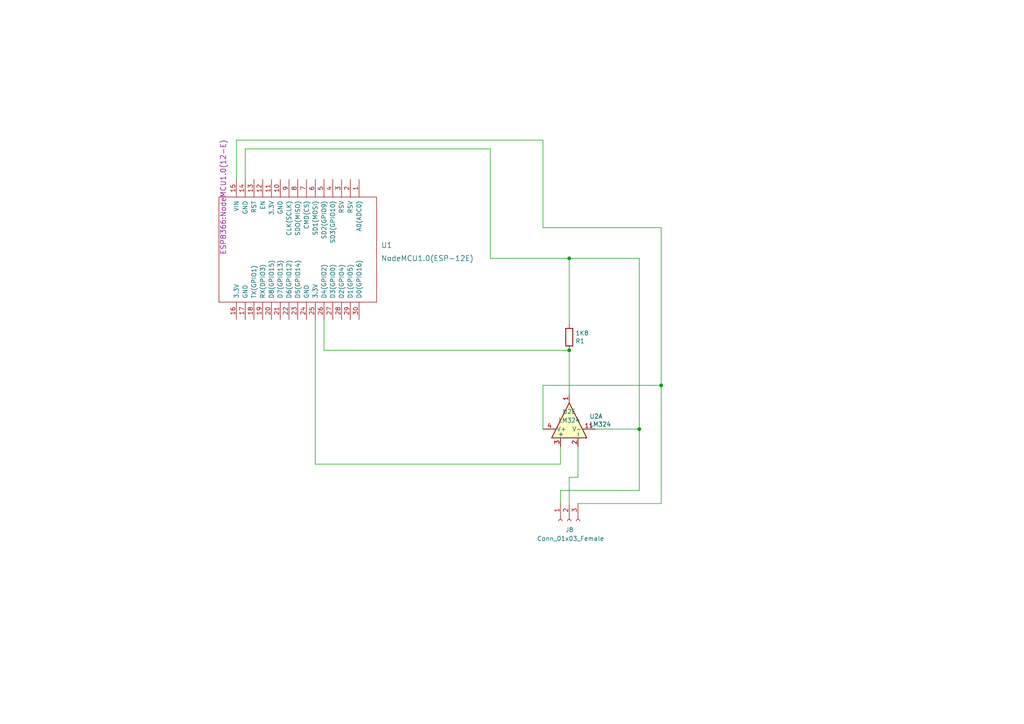
<source format=kicad_sch>
(kicad_sch (version 20211123) (generator eeschema)
  (paper "A4")
  (title_block (title "Dispositivo-H2O") (date "                 2021-02-26") (rev "Escobar J.W.") (company "IER-UNAM"))
  (lib_symbols
    (symbol "Amplifier_Operational:LM324" (pin_names (offset 0.127))
      (property "Reference" "U" (at 0 5.08 0))
      (property "Value" "LM324" (at 0 -5.08 0))
      (symbol "LM324_1_1"
        (polyline (pts (xy -5.08 5.08) (xy 5.08 0) (xy -5.08 -5.08) (xy -5.08 5.08)) (stroke (width 0.254)) (fill (type background)))
        (pin output line (at 7.62 0 180) (length 2.54) (name "~") (number "1"))
        (pin input line (at -7.62 -2.54 0) (length 2.54) (name "-") (number "2"))
        (pin input line (at -7.62 2.54 0) (length 2.54) (name "+") (number "3"))
      )
      (symbol "LM324_2_1"
        (polyline (pts (xy -5.08 5.08) (xy 5.08 0) (xy -5.08 -5.08) (xy -5.08 5.08)) (stroke (width 0.254)) (fill (type background)))
        (pin input line (at -7.62 2.54 0) (length 2.54) (name "+") (number "5"))
        (pin input line (at -7.62 -2.54 0) (length 2.54) (name "-") (number "6"))
        (pin output line (at 7.62 0 180) (length 2.54) (name "~") (number "7"))
      )
      (symbol "LM324_3_1"
        (polyline (pts (xy -5.08 5.08) (xy 5.08 0) (xy -5.08 -5.08) (xy -5.08 5.08)) (stroke (width 0.254)) (fill (type background)))
        (pin input line (at -7.62 2.54 0) (length 2.54) (name "+") (number "10"))
        (pin output line (at 7.62 0 180) (length 2.54) (name "~") (number "8"))
        (pin input line (at -7.62 -2.54 0) (length 2.54) (name "-") (number "9"))
      )
      (symbol "LM324_4_1"
        (polyline (pts (xy -5.08 5.08) (xy 5.08 0) (xy -5.08 -5.08) (xy -5.08 5.08)) (stroke (width 0.254)) (fill (type background)))
        (pin input line (at -7.62 2.54 0) (length 2.54) (name "+") (number "12"))
        (pin input line (at -7.62 -2.54 0) (length 2.54) (name "-") (number "13"))
        (pin output line (at 7.62 0 180) (length 2.54) (name "~") (number "14"))
      )
      (symbol "LM324_5_1"
        (pin power_in line (at -2.54 -7.62 90) (length 3.81) (name "V-") (number "11"))
        (pin power_in line (at -2.54 7.62 270) (length 3.81) (name "V+") (number "4"))
      )
    )
    (symbol "Connector:Conn_01x03_Female" (pin_names (offset 1.016) hide)
      (property "Reference" "J" (at 0 5.08 0))
      (property "Value" "Conn_01x03_Female" (at 0 -5.08 0))
      (symbol "Conn_01x03_Female_1_1"
        (arc (start 0 -2.032) (mid -0.508 -2.54) (end 0 -3.048) (stroke (width 0.1524)))
        (polyline (pts (xy -1.27 -2.54) (xy -0.508 -2.54)) (stroke (width 0.1524)))
        (polyline (pts (xy -1.27 0) (xy -0.508 0)) (stroke (width 0.1524)))
        (polyline (pts (xy -1.27 2.54) (xy -0.508 2.54)) (stroke (width 0.1524)))
        (arc (start 0 0.508) (mid -0.508 0) (end 0 -0.508) (stroke (width 0.1524)))
        (arc (start 0 3.048) (mid -0.508 2.54) (end 0 2.032) (stroke (width 0.1524)))
        (pin passive line (at -5.08 2.54 0) (length 3.81) (name "Pin_1") (number "1"))
        (pin passive line (at -5.08 0 0) (length 3.81) (name "Pin_2") (number "2"))
        (pin passive line (at -5.08 -2.54 0) (length 3.81) (name "Pin_3") (number "3"))
      )
    )
    (symbol "Device:R" (pin_numbers hide) (pin_names (offset 0))
      (property "Reference" "R" (at 2.032 0 90))
      (property "Value" "R" (at 0 0 90))
      (symbol "R_0_1"
        (rectangle (start -1.016 -2.54) (end 1.016 2.54) (stroke (width 0.254)))
      )
      (symbol "R_1_1"
        (pin passive line (at 0 3.81 270) (length 1.27) (name "~") (number "1"))
        (pin passive line (at 0 -3.81 90) (length 1.27) (name "~") (number "2"))
      )
    )
    (symbol "ESP8266:NodeMCU1.0(ESP-12E)" (pin_names (offset 1.016))
      (property "Reference" "U" (at 0 21.59 0))
      (property "Value" "NodeMCU1.0(ESP-12E)" (at 0 -21.59 0))
      (symbol "NodeMCU1.0(ESP-12E)_0_1"
        (rectangle (start -15.24 -22.86) (end 15.24 22.86))
      )
      (symbol "NodeMCU1.0(ESP-12E)_1_1"
        (pin input line (at -20.32 17.78 0) (length 5.08) (name "A0(ADC0)") (number "1"))
        (pin input line (at -20.32 -5.08 0) (length 5.08) (name "GND") (number "10"))
        (pin input line (at -20.32 -7.62 0) (length 5.08) (name "3.3V") (number "11"))
        (pin input line (at -20.32 -10.16 0) (length 5.08) (name "EN") (number "12"))
        (pin input line (at -20.32 -12.7 0) (length 5.08) (name "RST") (number "13"))
        (pin input line (at -20.32 -15.24 0) (length 5.08) (name "GND") (number "14"))
        (pin input line (at -20.32 -17.78 0) (length 5.08) (name "VIN") (number "15"))
        (pin input line (at 20.32 -17.78 180) (length 5.08) (name "3.3V") (number "16"))
        (pin input line (at 20.32 -15.24 180) (length 5.08) (name "GND") (number "17"))
        (pin input line (at 20.32 -12.7 180) (length 5.08) (name "TX(GPIO1)") (number "18"))
        (pin input line (at 20.32 -10.16 180) (length 5.08) (name "RX(DPIO3)") (number "19"))
        (pin input line (at -20.32 15.24 0) (length 5.08) (name "RSV") (number "2"))
        (pin input line (at 20.32 -7.62 180) (length 5.08) (name "D8(GPIO15)") (number "20"))
        (pin input line (at 20.32 -5.08 180) (length 5.08) (name "D7(GPIO13)") (number "21"))
        (pin input line (at 20.32 -2.54 180) (length 5.08) (name "D6(GPIO12)") (number "22"))
        (pin input line (at 20.32 0 180) (length 5.08) (name "D5(GPIO14)") (number "23"))
        (pin input line (at 20.32 2.54 180) (length 5.08) (name "GND") (number "24"))
        (pin input line (at 20.32 5.08 180) (length 5.08) (name "3.3V") (number "25"))
        (pin input line (at 20.32 7.62 180) (length 5.08) (name "D4(GPIO2)") (number "26"))
        (pin input line (at 20.32 10.16 180) (length 5.08) (name "D3(GPIO0)") (number "27"))
        (pin input line (at 20.32 12.7 180) (length 5.08) (name "D2(GPIO4)") (number "28"))
        (pin input line (at 20.32 15.24 180) (length 5.08) (name "D1(GPIO5)") (number "29"))
        (pin input line (at -20.32 12.7 0) (length 5.08) (name "RSV") (number "3"))
        (pin input line (at 20.32 17.78 180) (length 5.08) (name "D0(GPIO16)") (number "30"))
        (pin input line (at -20.32 10.16 0) (length 5.08) (name "SD3(GPIO10)") (number "4"))
        (pin input line (at -20.32 7.62 0) (length 5.08) (name "SD2(GPIO9)") (number "5"))
        (pin input line (at -20.32 5.08 0) (length 5.08) (name "SD1(MOSI)") (number "6"))
        (pin input line (at -20.32 2.54 0) (length 5.08) (name "CMD(CS)") (number "7"))
        (pin input line (at -20.32 0 0) (length 5.08) (name "SDO(MISO)") (number "8"))
        (pin input line (at -20.32 -2.54 0) (length 5.08) (name "CLK(SCLK)") (number "9"))
      )
    )
  )
  (junction (at 191.77 111.76))
  (junction (at 165.1 74.93))
  (junction (at 185.42 124.46))
  (junction (at 165.1 101.6))
  (wire (pts (xy 172.72 124.46) (xy 185.42 124.46)))
  (wire (pts (xy 157.48 66.04) (xy 191.77 66.04)))
  (wire (pts (xy 68.58 40.64) (xy 68.58 52.07)))
  (wire (pts (xy 91.44 134.62) (xy 162.56 134.62)))
  (wire (pts (xy 68.58 40.64) (xy 157.48 40.64)))
  (wire (pts (xy 157.48 111.76) (xy 191.77 111.76)))
  (wire (pts (xy 165.1 114.3) (xy 165.1 101.6)))
  (wire (pts (xy 165.1 74.93) (xy 185.42 74.93)))
  (wire (pts (xy 167.64 138.43) (xy 167.64 129.54)))
  (wire (pts (xy 157.48 66.04) (xy 157.48 40.64)))
  (wire (pts (xy 191.77 66.04) (xy 191.77 111.76)))
  (wire (pts (xy 162.56 142.24) (xy 162.56 146.05)))
  (wire (pts (xy 191.77 146.05) (xy 167.64 146.05)))
  (wire (pts (xy 165.1 138.43) (xy 167.64 138.43)))
  (wire (pts (xy 71.12 43.18) (xy 71.12 52.07)))
  (wire (pts (xy 185.42 74.93) (xy 185.42 124.46)))
  (wire (pts (xy 165.1 93.98) (xy 165.1 74.93)))
  (wire (pts (xy 191.77 111.76) (xy 191.77 146.05)))
  (wire (pts (xy 142.24 74.93) (xy 165.1 74.93)))
  (wire (pts (xy 162.56 142.24) (xy 185.42 142.24)))
  (wire (pts (xy 93.98 101.6) (xy 165.1 101.6)))
  (wire (pts (xy 71.12 43.18) (xy 142.24 43.18)))
  (wire (pts (xy 91.44 92.71) (xy 91.44 134.62)))
  (wire (pts (xy 185.42 124.46) (xy 185.42 142.24)))
  (wire (pts (xy 142.24 43.18) (xy 142.24 74.93)))
  (wire (pts (xy 165.1 138.43) (xy 165.1 146.05)))
  (wire (pts (xy 93.98 92.71) (xy 93.98 101.6)))
  (wire (pts (xy 162.56 134.62) (xy 162.56 129.54)))
  (wire (pts (xy 157.48 124.46) (xy 157.48 111.76)))
  (symbol (lib_id "Device:R") (at 165.1 97.79 0) (unit 1)
    (property "Reference" "1K8" (at 166.878 96.6216 0) (effects (justify left)))
    (property "Value" "R1" (at 166.878 98.933 0) (effects (justify left)))
    (property "Footprint" "Resistor_THT:R_Axial_DIN0207_L6.3mm_D2.5mm_P15.24mm_Horizontal" (effects hide))
  )
  (symbol (lib_id "Connector:Conn_01x03_Female") (at 165.1 151.13 90) (mirror x) (unit 1)
    (property "Reference" "J8" (at 166.37 153.67 90) (effects (justify left)))
    (property "Value" "Conn_01x03_Female" (at 175.26 156.21 90) (effects (justify left)))
    (property "Footprint" "TerminalBlock:TerminalBlock_Altech_AK300-3_P5.00mm" (effects hide))
  )
  (symbol (lib_id "Amplifier_Operational:LM324") (at 165.1 121.92 90) (unit 1)
    (property "Reference" "U2" (at 170.942 120.7516 90) (effects (justify right)))
    (property "Value" "LM324" (at 170.942 123.063 90) (effects (justify right)))
    (property "Footprint" "Package_DIP:DIP-14_W7.62mm" (effects hide))
    (property "Datasheet" "http://www.ti.com/lit/ds/symlink/lm2902-n.pdf" (effects hide))
  )
  (symbol (lib_id "ESP8266:NodeMCU1.0(ESP-12E)") (at 86.36 72.39 270) (unit 1)
    (property "Reference" "U1" (at 110.49 71.12 90) (effects (font (size 1.524 1.524)) (justify left)))
    (property "Value" "NodeMCU1.0(ESP-12E)" (at 110.49 74.93 90) (effects (font (size 1.524 1.524)) (justify left)))
    (property "Footprint" "ESP8366:NodeMCU1.0(12-E)" (at 64.77 57.15 0) (effects (font (size 1.524 1.524))))
  )
  (symbol (lib_id "Amplifier_Operational:LM324") (at 165.1 121.92 90) (unit 5)
    (property "Reference" "U2" (at 165.1 119.38 90))
    (property "Value" "LM324" (at 165.1 121.92 90))
    (property "Footprint" "Package_DIP:DIP-14_W7.62mm" (effects hide))
    (property "Datasheet" "http://www.ti.com/lit/ds/symlink/lm2902-n.pdf" (effects hide))
  )
)
</source>
